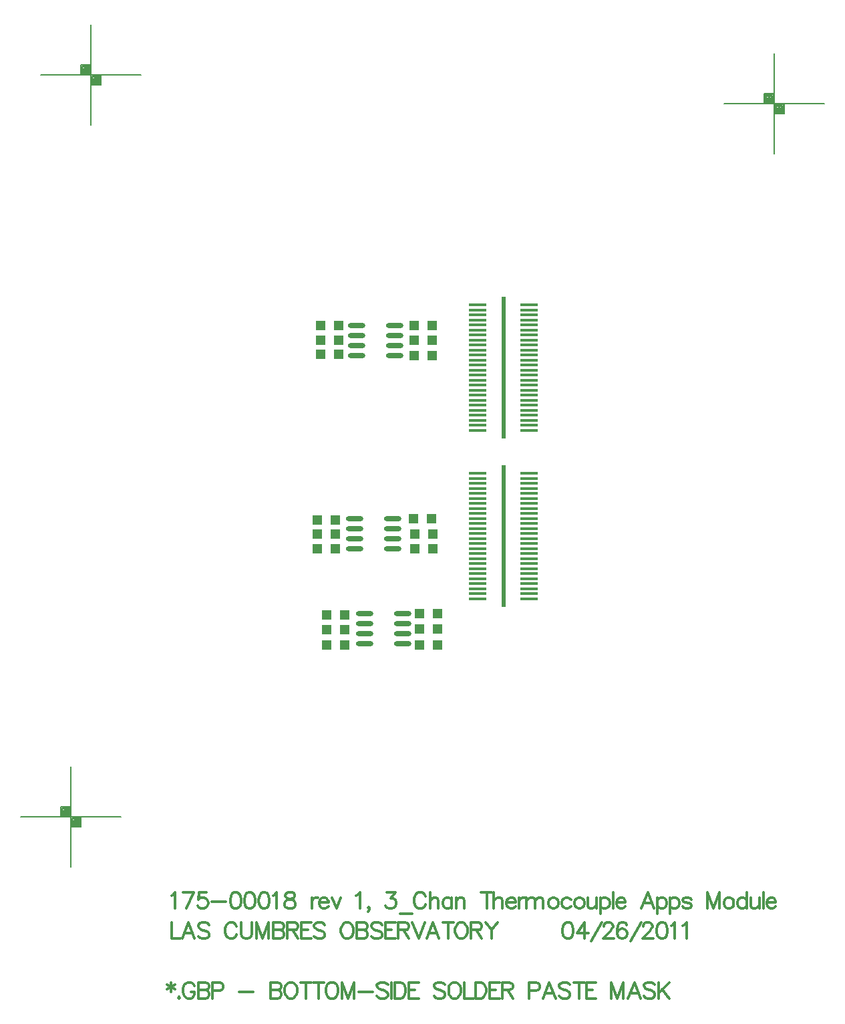
<source format=gbp>
%FSLAX23Y23*%
%MOIN*%
G70*
G01*
G75*
G04 Layer_Color=128*
%ADD10O,0.024X0.079*%
%ADD11R,0.070X0.135*%
%ADD12R,0.039X0.059*%
%ADD13C,0.010*%
%ADD14C,0.020*%
%ADD15C,0.012*%
%ADD16C,0.008*%
%ADD17C,0.012*%
%ADD18C,0.012*%
%ADD19C,0.120*%
%ADD20C,0.050*%
%ADD21C,0.059*%
%ADD22R,0.059X0.059*%
%ADD23C,0.276*%
%ADD24C,0.020*%
%ADD25C,0.040*%
%ADD26C,0.110*%
G04:AMPARAMS|DCode=27|XSize=130mil|YSize=130mil|CornerRadius=0mil|HoleSize=0mil|Usage=FLASHONLY|Rotation=0.000|XOffset=0mil|YOffset=0mil|HoleType=Round|Shape=Relief|Width=10mil|Gap=10mil|Entries=4|*
%AMTHD27*
7,0,0,0.130,0.110,0.010,45*
%
%ADD27THD27*%
%ADD28C,0.065*%
G04:AMPARAMS|DCode=29|XSize=85mil|YSize=85mil|CornerRadius=0mil|HoleSize=0mil|Usage=FLASHONLY|Rotation=0.000|XOffset=0mil|YOffset=0mil|HoleType=Round|Shape=Relief|Width=10mil|Gap=10mil|Entries=4|*
%AMTHD29*
7,0,0,0.085,0.065,0.010,45*
%
%ADD29THD29*%
%ADD30C,0.075*%
G04:AMPARAMS|DCode=31|XSize=95.433mil|YSize=95.433mil|CornerRadius=0mil|HoleSize=0mil|Usage=FLASHONLY|Rotation=0.000|XOffset=0mil|YOffset=0mil|HoleType=Round|Shape=Relief|Width=10mil|Gap=10mil|Entries=4|*
%AMTHD31*
7,0,0,0.095,0.075,0.010,45*
%
%ADD31THD31*%
%ADD32C,0.197*%
G04:AMPARAMS|DCode=33|XSize=70mil|YSize=70mil|CornerRadius=0mil|HoleSize=0mil|Usage=FLASHONLY|Rotation=0.000|XOffset=0mil|YOffset=0mil|HoleType=Round|Shape=Relief|Width=10mil|Gap=10mil|Entries=4|*
%AMTHD33*
7,0,0,0.070,0.050,0.010,45*
%
%ADD33THD33*%
%ADD34R,0.050X0.050*%
%ADD35O,0.087X0.024*%
%ADD36R,0.020X0.709*%
%ADD37R,0.085X0.016*%
%ADD38C,0.010*%
%ADD39C,0.008*%
%ADD40C,0.007*%
%ADD41R,0.175X0.238*%
%ADD42O,0.032X0.087*%
%ADD43R,0.078X0.143*%
%ADD44R,0.047X0.067*%
%ADD45C,0.128*%
%ADD46C,0.067*%
%ADD47R,0.067X0.067*%
%ADD48C,0.284*%
%ADD49C,0.028*%
%ADD50R,0.802X0.219*%
%ADD51R,0.058X0.058*%
%ADD52O,0.095X0.032*%
D16*
X26963Y19813D02*
X27463D01*
X27213Y19563D02*
Y20063D01*
X27163Y19813D02*
Y19863D01*
X27213D01*
X27263Y19763D02*
Y19813D01*
X27213Y19763D02*
X27263D01*
X27218Y19808D02*
X27258D01*
Y19768D02*
Y19808D01*
X27218Y19768D02*
X27258D01*
X27218D02*
Y19808D01*
X27223Y19803D02*
X27253D01*
Y19773D02*
Y19803D01*
X27223Y19773D02*
X27253D01*
X27223D02*
Y19798D01*
X27228D02*
X27248D01*
Y19778D02*
Y19798D01*
X27228Y19778D02*
X27248D01*
X27228D02*
Y19793D01*
X27233D02*
X27243D01*
Y19783D02*
Y19793D01*
X27233Y19783D02*
X27243D01*
X27233D02*
Y19793D01*
Y19788D02*
X27243D01*
X27168Y19858D02*
X27208D01*
Y19818D02*
Y19858D01*
X27168Y19818D02*
X27208D01*
X27168D02*
Y19858D01*
X27173Y19853D02*
X27203D01*
Y19823D02*
Y19853D01*
X27173Y19823D02*
X27203D01*
X27173D02*
Y19848D01*
X27178D02*
X27198D01*
Y19828D02*
Y19848D01*
X27178Y19828D02*
X27198D01*
X27178D02*
Y19843D01*
X27183D02*
X27193D01*
Y19833D02*
Y19843D01*
X27183Y19833D02*
X27193D01*
X27183D02*
Y19843D01*
Y19838D02*
X27193D01*
X23552Y19954D02*
X24052D01*
X23802Y19704D02*
Y20204D01*
X23752Y19954D02*
Y20004D01*
X23802D01*
X23852Y19904D02*
Y19954D01*
X23802Y19904D02*
X23852D01*
X23807Y19949D02*
X23847D01*
Y19909D02*
Y19949D01*
X23807Y19909D02*
X23847D01*
X23807D02*
Y19949D01*
X23812Y19944D02*
X23842D01*
Y19914D02*
Y19944D01*
X23812Y19914D02*
X23842D01*
X23812D02*
Y19939D01*
X23817D02*
X23837D01*
Y19919D02*
Y19939D01*
X23817Y19919D02*
X23837D01*
X23817D02*
Y19934D01*
X23822D02*
X23832D01*
Y19924D02*
Y19934D01*
X23822Y19924D02*
X23832D01*
X23822D02*
Y19934D01*
Y19929D02*
X23832D01*
X23757Y19999D02*
X23797D01*
Y19959D02*
Y19999D01*
X23757Y19959D02*
X23797D01*
X23757D02*
Y19999D01*
X23762Y19994D02*
X23792D01*
Y19964D02*
Y19994D01*
X23762Y19964D02*
X23792D01*
X23762D02*
Y19989D01*
X23767D02*
X23787D01*
Y19969D02*
Y19989D01*
X23767Y19969D02*
X23787D01*
X23767D02*
Y19984D01*
X23772D02*
X23782D01*
Y19974D02*
Y19984D01*
X23772Y19974D02*
X23782D01*
X23772D02*
Y19984D01*
Y19979D02*
X23782D01*
X23453Y16254D02*
X23953D01*
X23703Y16004D02*
Y16504D01*
X23653Y16254D02*
Y16304D01*
X23703D01*
X23753Y16204D02*
Y16254D01*
X23703Y16204D02*
X23753D01*
X23708Y16249D02*
X23748D01*
Y16209D02*
Y16249D01*
X23708Y16209D02*
X23748D01*
X23708D02*
Y16249D01*
X23713Y16244D02*
X23743D01*
Y16214D02*
Y16244D01*
X23713Y16214D02*
X23743D01*
X23713D02*
Y16239D01*
X23718D02*
X23738D01*
Y16219D02*
Y16239D01*
X23718Y16219D02*
X23738D01*
X23718D02*
Y16234D01*
X23723D02*
X23733D01*
Y16224D02*
Y16234D01*
X23723Y16224D02*
X23733D01*
X23723D02*
Y16234D01*
Y16229D02*
X23733D01*
X23658Y16299D02*
X23698D01*
Y16259D02*
Y16299D01*
X23658Y16259D02*
X23698D01*
X23658D02*
Y16299D01*
X23663Y16294D02*
X23693D01*
Y16264D02*
Y16294D01*
X23663Y16264D02*
X23693D01*
X23663D02*
Y16289D01*
X23668D02*
X23688D01*
Y16269D02*
Y16289D01*
X23668Y16269D02*
X23688D01*
X23668D02*
Y16284D01*
X23673D02*
X23683D01*
Y16274D02*
Y16284D01*
X23673Y16274D02*
X23683D01*
X23673D02*
Y16284D01*
Y16279D02*
X23683D01*
D17*
X24202Y15429D02*
Y15383D01*
X24183Y15418D02*
X24221Y15395D01*
Y15418D02*
X24183Y15395D01*
X24241Y15357D02*
X24238Y15353D01*
X24241Y15349D01*
X24245Y15353D01*
X24241Y15357D01*
X24320Y15410D02*
X24316Y15418D01*
X24308Y15425D01*
X24301Y15429D01*
X24286D01*
X24278Y15425D01*
X24270Y15418D01*
X24266Y15410D01*
X24263Y15399D01*
Y15380D01*
X24266Y15368D01*
X24270Y15361D01*
X24278Y15353D01*
X24286Y15349D01*
X24301D01*
X24308Y15353D01*
X24316Y15361D01*
X24320Y15368D01*
Y15380D01*
X24301D02*
X24320D01*
X24338Y15429D02*
Y15349D01*
Y15429D02*
X24372D01*
X24384Y15425D01*
X24388Y15421D01*
X24391Y15414D01*
Y15406D01*
X24388Y15399D01*
X24384Y15395D01*
X24372Y15391D01*
X24338D02*
X24372D01*
X24384Y15387D01*
X24388Y15383D01*
X24391Y15376D01*
Y15364D01*
X24388Y15357D01*
X24384Y15353D01*
X24372Y15349D01*
X24338D01*
X24409Y15387D02*
X24444D01*
X24455Y15391D01*
X24459Y15395D01*
X24463Y15402D01*
Y15414D01*
X24459Y15421D01*
X24455Y15425D01*
X24444Y15429D01*
X24409D01*
Y15349D01*
X24543Y15383D02*
X24612D01*
X24698Y15429D02*
Y15349D01*
Y15429D02*
X24733D01*
X24744Y15425D01*
X24748Y15421D01*
X24752Y15414D01*
Y15406D01*
X24748Y15399D01*
X24744Y15395D01*
X24733Y15391D01*
X24698D02*
X24733D01*
X24744Y15387D01*
X24748Y15383D01*
X24752Y15376D01*
Y15364D01*
X24748Y15357D01*
X24744Y15353D01*
X24733Y15349D01*
X24698D01*
X24792Y15429D02*
X24785Y15425D01*
X24777Y15418D01*
X24773Y15410D01*
X24770Y15399D01*
Y15380D01*
X24773Y15368D01*
X24777Y15361D01*
X24785Y15353D01*
X24792Y15349D01*
X24808D01*
X24815Y15353D01*
X24823Y15361D01*
X24827Y15368D01*
X24831Y15380D01*
Y15399D01*
X24827Y15410D01*
X24823Y15418D01*
X24815Y15425D01*
X24808Y15429D01*
X24792D01*
X24876D02*
Y15349D01*
X24849Y15429D02*
X24903D01*
X24939D02*
Y15349D01*
X24912Y15429D02*
X24965D01*
X24998D02*
X24990Y15425D01*
X24982Y15418D01*
X24979Y15410D01*
X24975Y15399D01*
Y15380D01*
X24979Y15368D01*
X24982Y15361D01*
X24990Y15353D01*
X24998Y15349D01*
X25013D01*
X25021Y15353D01*
X25028Y15361D01*
X25032Y15368D01*
X25036Y15380D01*
Y15399D01*
X25032Y15410D01*
X25028Y15418D01*
X25021Y15425D01*
X25013Y15429D01*
X24998D01*
X25054D02*
Y15349D01*
Y15429D02*
X25085Y15349D01*
X25115Y15429D02*
X25085Y15349D01*
X25115Y15429D02*
Y15349D01*
X25138Y15383D02*
X25207D01*
X25284Y15418D02*
X25276Y15425D01*
X25265Y15429D01*
X25249D01*
X25238Y15425D01*
X25230Y15418D01*
Y15410D01*
X25234Y15402D01*
X25238Y15399D01*
X25246Y15395D01*
X25269Y15387D01*
X25276Y15383D01*
X25280Y15380D01*
X25284Y15372D01*
Y15361D01*
X25276Y15353D01*
X25265Y15349D01*
X25249D01*
X25238Y15353D01*
X25230Y15361D01*
X25302Y15429D02*
Y15349D01*
X25318Y15429D02*
Y15349D01*
Y15429D02*
X25345D01*
X25357Y15425D01*
X25364Y15418D01*
X25368Y15410D01*
X25372Y15399D01*
Y15380D01*
X25368Y15368D01*
X25364Y15361D01*
X25357Y15353D01*
X25345Y15349D01*
X25318D01*
X25439Y15429D02*
X25390D01*
Y15349D01*
X25439D01*
X25390Y15391D02*
X25420D01*
X25569Y15418D02*
X25561Y15425D01*
X25550Y15429D01*
X25534D01*
X25523Y15425D01*
X25515Y15418D01*
Y15410D01*
X25519Y15402D01*
X25523Y15399D01*
X25531Y15395D01*
X25553Y15387D01*
X25561Y15383D01*
X25565Y15380D01*
X25569Y15372D01*
Y15361D01*
X25561Y15353D01*
X25550Y15349D01*
X25534D01*
X25523Y15353D01*
X25515Y15361D01*
X25609Y15429D02*
X25602Y15425D01*
X25594Y15418D01*
X25590Y15410D01*
X25587Y15399D01*
Y15380D01*
X25590Y15368D01*
X25594Y15361D01*
X25602Y15353D01*
X25609Y15349D01*
X25625D01*
X25632Y15353D01*
X25640Y15361D01*
X25644Y15368D01*
X25647Y15380D01*
Y15399D01*
X25644Y15410D01*
X25640Y15418D01*
X25632Y15425D01*
X25625Y15429D01*
X25609D01*
X25666D02*
Y15349D01*
X25712D01*
X25721Y15429D02*
Y15349D01*
Y15429D02*
X25747D01*
X25759Y15425D01*
X25766Y15418D01*
X25770Y15410D01*
X25774Y15399D01*
Y15380D01*
X25770Y15368D01*
X25766Y15361D01*
X25759Y15353D01*
X25747Y15349D01*
X25721D01*
X25841Y15429D02*
X25792D01*
Y15349D01*
X25841D01*
X25792Y15391D02*
X25822D01*
X25855Y15429D02*
Y15349D01*
Y15429D02*
X25889D01*
X25900Y15425D01*
X25904Y15421D01*
X25908Y15414D01*
Y15406D01*
X25904Y15399D01*
X25900Y15395D01*
X25889Y15391D01*
X25855D01*
X25881D02*
X25908Y15349D01*
X25989Y15387D02*
X26023D01*
X26034Y15391D01*
X26038Y15395D01*
X26042Y15402D01*
Y15414D01*
X26038Y15421D01*
X26034Y15425D01*
X26023Y15429D01*
X25989D01*
Y15349D01*
X26121D02*
X26090Y15429D01*
X26060Y15349D01*
X26071Y15376D02*
X26109D01*
X26193Y15418D02*
X26185Y15425D01*
X26174Y15429D01*
X26159D01*
X26147Y15425D01*
X26140Y15418D01*
Y15410D01*
X26143Y15402D01*
X26147Y15399D01*
X26155Y15395D01*
X26178Y15387D01*
X26185Y15383D01*
X26189Y15380D01*
X26193Y15372D01*
Y15361D01*
X26185Y15353D01*
X26174Y15349D01*
X26159D01*
X26147Y15353D01*
X26140Y15361D01*
X26237Y15429D02*
Y15349D01*
X26211Y15429D02*
X26264D01*
X26323D02*
X26274D01*
Y15349D01*
X26323D01*
X26274Y15391D02*
X26304D01*
X26399Y15429D02*
Y15349D01*
Y15429D02*
X26430Y15349D01*
X26460Y15429D02*
X26430Y15349D01*
X26460Y15429D02*
Y15349D01*
X26544D02*
X26514Y15429D01*
X26483Y15349D01*
X26495Y15376D02*
X26533D01*
X26616Y15418D02*
X26608Y15425D01*
X26597Y15429D01*
X26582D01*
X26570Y15425D01*
X26563Y15418D01*
Y15410D01*
X26567Y15402D01*
X26570Y15399D01*
X26578Y15395D01*
X26601Y15387D01*
X26608Y15383D01*
X26612Y15380D01*
X26616Y15372D01*
Y15361D01*
X26608Y15353D01*
X26597Y15349D01*
X26582D01*
X26570Y15353D01*
X26563Y15361D01*
X26634Y15429D02*
Y15349D01*
X26687Y15429D02*
X26634Y15376D01*
X26653Y15395D02*
X26687Y15349D01*
X24204Y15862D02*
X24212Y15866D01*
X24223Y15878D01*
Y15798D01*
X24316Y15878D02*
X24278Y15798D01*
X24263Y15878D02*
X24316D01*
X24380D02*
X24342D01*
X24338Y15843D01*
X24342Y15847D01*
X24353Y15851D01*
X24364D01*
X24376Y15847D01*
X24383Y15840D01*
X24387Y15828D01*
Y15821D01*
X24383Y15809D01*
X24376Y15801D01*
X24364Y15798D01*
X24353D01*
X24342Y15801D01*
X24338Y15805D01*
X24334Y15813D01*
X24405Y15832D02*
X24474D01*
X24520Y15878D02*
X24509Y15874D01*
X24501Y15862D01*
X24497Y15843D01*
Y15832D01*
X24501Y15813D01*
X24509Y15801D01*
X24520Y15798D01*
X24528D01*
X24539Y15801D01*
X24547Y15813D01*
X24551Y15832D01*
Y15843D01*
X24547Y15862D01*
X24539Y15874D01*
X24528Y15878D01*
X24520D01*
X24591D02*
X24580Y15874D01*
X24572Y15862D01*
X24569Y15843D01*
Y15832D01*
X24572Y15813D01*
X24580Y15801D01*
X24591Y15798D01*
X24599D01*
X24610Y15801D01*
X24618Y15813D01*
X24622Y15832D01*
Y15843D01*
X24618Y15862D01*
X24610Y15874D01*
X24599Y15878D01*
X24591D01*
X24663D02*
X24651Y15874D01*
X24644Y15862D01*
X24640Y15843D01*
Y15832D01*
X24644Y15813D01*
X24651Y15801D01*
X24663Y15798D01*
X24670D01*
X24682Y15801D01*
X24689Y15813D01*
X24693Y15832D01*
Y15843D01*
X24689Y15862D01*
X24682Y15874D01*
X24670Y15878D01*
X24663D01*
X24711Y15862D02*
X24719Y15866D01*
X24730Y15878D01*
Y15798D01*
X24789Y15878D02*
X24777Y15874D01*
X24773Y15866D01*
Y15859D01*
X24777Y15851D01*
X24785Y15847D01*
X24800Y15843D01*
X24812Y15840D01*
X24819Y15832D01*
X24823Y15824D01*
Y15813D01*
X24819Y15805D01*
X24815Y15801D01*
X24804Y15798D01*
X24789D01*
X24777Y15801D01*
X24773Y15805D01*
X24770Y15813D01*
Y15824D01*
X24773Y15832D01*
X24781Y15840D01*
X24793Y15843D01*
X24808Y15847D01*
X24815Y15851D01*
X24819Y15859D01*
Y15866D01*
X24815Y15874D01*
X24804Y15878D01*
X24789D01*
X24904Y15851D02*
Y15798D01*
Y15828D02*
X24908Y15840D01*
X24915Y15847D01*
X24923Y15851D01*
X24934D01*
X24941Y15828D02*
X24987D01*
Y15836D01*
X24983Y15843D01*
X24980Y15847D01*
X24972Y15851D01*
X24960D01*
X24953Y15847D01*
X24945Y15840D01*
X24941Y15828D01*
Y15821D01*
X24945Y15809D01*
X24953Y15801D01*
X24960Y15798D01*
X24972D01*
X24980Y15801D01*
X24987Y15809D01*
X25004Y15851D02*
X25027Y15798D01*
X25050Y15851D02*
X25027Y15798D01*
X25126Y15862D02*
X25133Y15866D01*
X25145Y15878D01*
Y15798D01*
X25192Y15801D02*
X25188Y15798D01*
X25184Y15801D01*
X25188Y15805D01*
X25192Y15801D01*
Y15794D01*
X25188Y15786D01*
X25184Y15782D01*
X25280Y15878D02*
X25322D01*
X25299Y15847D01*
X25311D01*
X25318Y15843D01*
X25322Y15840D01*
X25326Y15828D01*
Y15821D01*
X25322Y15809D01*
X25314Y15801D01*
X25303Y15798D01*
X25291D01*
X25280Y15801D01*
X25276Y15805D01*
X25272Y15813D01*
X25344Y15771D02*
X25405D01*
X25472Y15859D02*
X25468Y15866D01*
X25461Y15874D01*
X25453Y15878D01*
X25438D01*
X25430Y15874D01*
X25422Y15866D01*
X25419Y15859D01*
X25415Y15847D01*
Y15828D01*
X25419Y15817D01*
X25422Y15809D01*
X25430Y15801D01*
X25438Y15798D01*
X25453D01*
X25461Y15801D01*
X25468Y15809D01*
X25472Y15817D01*
X25494Y15878D02*
Y15798D01*
Y15836D02*
X25506Y15847D01*
X25514Y15851D01*
X25525D01*
X25533Y15847D01*
X25536Y15836D01*
Y15798D01*
X25603Y15851D02*
Y15798D01*
Y15840D02*
X25595Y15847D01*
X25588Y15851D01*
X25576D01*
X25569Y15847D01*
X25561Y15840D01*
X25557Y15828D01*
Y15821D01*
X25561Y15809D01*
X25569Y15801D01*
X25576Y15798D01*
X25588D01*
X25595Y15801D01*
X25603Y15809D01*
X25624Y15851D02*
Y15798D01*
Y15836D02*
X25636Y15847D01*
X25643Y15851D01*
X25655D01*
X25662Y15847D01*
X25666Y15836D01*
Y15798D01*
X25777Y15878D02*
Y15798D01*
X25750Y15878D02*
X25803D01*
X25813D02*
Y15798D01*
Y15836D02*
X25824Y15847D01*
X25832Y15851D01*
X25843D01*
X25851Y15847D01*
X25855Y15836D01*
Y15798D01*
X25876Y15828D02*
X25921D01*
Y15836D01*
X25918Y15843D01*
X25914Y15847D01*
X25906Y15851D01*
X25895D01*
X25887Y15847D01*
X25880Y15840D01*
X25876Y15828D01*
Y15821D01*
X25880Y15809D01*
X25887Y15801D01*
X25895Y15798D01*
X25906D01*
X25914Y15801D01*
X25921Y15809D01*
X25939Y15851D02*
Y15798D01*
Y15828D02*
X25942Y15840D01*
X25950Y15847D01*
X25958Y15851D01*
X25969D01*
X25976D02*
Y15798D01*
Y15836D02*
X25988Y15847D01*
X25995Y15851D01*
X26007D01*
X26014Y15847D01*
X26018Y15836D01*
Y15798D01*
Y15836D02*
X26030Y15847D01*
X26037Y15851D01*
X26049D01*
X26056Y15847D01*
X26060Y15836D01*
Y15798D01*
X26104Y15851D02*
X26097Y15847D01*
X26089Y15840D01*
X26085Y15828D01*
Y15821D01*
X26089Y15809D01*
X26097Y15801D01*
X26104Y15798D01*
X26116D01*
X26123Y15801D01*
X26131Y15809D01*
X26135Y15821D01*
Y15828D01*
X26131Y15840D01*
X26123Y15847D01*
X26116Y15851D01*
X26104D01*
X26198Y15840D02*
X26190Y15847D01*
X26183Y15851D01*
X26171D01*
X26164Y15847D01*
X26156Y15840D01*
X26152Y15828D01*
Y15821D01*
X26156Y15809D01*
X26164Y15801D01*
X26171Y15798D01*
X26183D01*
X26190Y15801D01*
X26198Y15809D01*
X26234Y15851D02*
X26227Y15847D01*
X26219Y15840D01*
X26215Y15828D01*
Y15821D01*
X26219Y15809D01*
X26227Y15801D01*
X26234Y15798D01*
X26246D01*
X26253Y15801D01*
X26261Y15809D01*
X26265Y15821D01*
Y15828D01*
X26261Y15840D01*
X26253Y15847D01*
X26246Y15851D01*
X26234D01*
X26282D02*
Y15813D01*
X26286Y15801D01*
X26294Y15798D01*
X26305D01*
X26313Y15801D01*
X26324Y15813D01*
Y15851D02*
Y15798D01*
X26345Y15851D02*
Y15771D01*
Y15840D02*
X26353Y15847D01*
X26360Y15851D01*
X26372D01*
X26379Y15847D01*
X26387Y15840D01*
X26391Y15828D01*
Y15821D01*
X26387Y15809D01*
X26379Y15801D01*
X26372Y15798D01*
X26360D01*
X26353Y15801D01*
X26345Y15809D01*
X26408Y15878D02*
Y15798D01*
X26425Y15828D02*
X26470D01*
Y15836D01*
X26466Y15843D01*
X26463Y15847D01*
X26455Y15851D01*
X26444D01*
X26436Y15847D01*
X26428Y15840D01*
X26425Y15828D01*
Y15821D01*
X26428Y15809D01*
X26436Y15801D01*
X26444Y15798D01*
X26455D01*
X26463Y15801D01*
X26470Y15809D01*
X26611Y15798D02*
X26581Y15878D01*
X26550Y15798D01*
X26562Y15824D02*
X26600D01*
X26630Y15851D02*
Y15771D01*
Y15840D02*
X26637Y15847D01*
X26645Y15851D01*
X26657D01*
X26664Y15847D01*
X26672Y15840D01*
X26676Y15828D01*
Y15821D01*
X26672Y15809D01*
X26664Y15801D01*
X26657Y15798D01*
X26645D01*
X26637Y15801D01*
X26630Y15809D01*
X26693Y15851D02*
Y15771D01*
Y15840D02*
X26700Y15847D01*
X26708Y15851D01*
X26719D01*
X26727Y15847D01*
X26735Y15840D01*
X26738Y15828D01*
Y15821D01*
X26735Y15809D01*
X26727Y15801D01*
X26719Y15798D01*
X26708D01*
X26700Y15801D01*
X26693Y15809D01*
X26797Y15840D02*
X26794Y15847D01*
X26782Y15851D01*
X26771D01*
X26759Y15847D01*
X26756Y15840D01*
X26759Y15832D01*
X26767Y15828D01*
X26786Y15824D01*
X26794Y15821D01*
X26797Y15813D01*
Y15809D01*
X26794Y15801D01*
X26782Y15798D01*
X26771D01*
X26759Y15801D01*
X26756Y15809D01*
X26877Y15878D02*
Y15798D01*
Y15878D02*
X26908Y15798D01*
X26938Y15878D02*
X26908Y15798D01*
X26938Y15878D02*
Y15798D01*
X26980Y15851D02*
X26972Y15847D01*
X26965Y15840D01*
X26961Y15828D01*
Y15821D01*
X26965Y15809D01*
X26972Y15801D01*
X26980Y15798D01*
X26991D01*
X26999Y15801D01*
X27007Y15809D01*
X27010Y15821D01*
Y15828D01*
X27007Y15840D01*
X26999Y15847D01*
X26991Y15851D01*
X26980D01*
X27074Y15878D02*
Y15798D01*
Y15840D02*
X27066Y15847D01*
X27058Y15851D01*
X27047D01*
X27039Y15847D01*
X27032Y15840D01*
X27028Y15828D01*
Y15821D01*
X27032Y15809D01*
X27039Y15801D01*
X27047Y15798D01*
X27058D01*
X27066Y15801D01*
X27074Y15809D01*
X27095Y15851D02*
Y15813D01*
X27099Y15801D01*
X27106Y15798D01*
X27118D01*
X27125Y15801D01*
X27137Y15813D01*
Y15851D02*
Y15798D01*
X27158Y15878D02*
Y15798D01*
X27174Y15828D02*
X27220D01*
Y15836D01*
X27216Y15843D01*
X27213Y15847D01*
X27205Y15851D01*
X27194D01*
X27186Y15847D01*
X27178Y15840D01*
X27174Y15828D01*
Y15821D01*
X27178Y15809D01*
X27186Y15801D01*
X27194Y15798D01*
X27205D01*
X27213Y15801D01*
X27220Y15809D01*
D18*
X24204Y15728D02*
Y15648D01*
X24250D01*
X24319D02*
X24289Y15728D01*
X24259Y15648D01*
X24270Y15674D02*
X24308D01*
X24391Y15716D02*
X24384Y15724D01*
X24372Y15728D01*
X24357D01*
X24346Y15724D01*
X24338Y15716D01*
Y15709D01*
X24342Y15701D01*
X24346Y15697D01*
X24353Y15693D01*
X24376Y15686D01*
X24384Y15682D01*
X24388Y15678D01*
X24391Y15671D01*
Y15659D01*
X24384Y15651D01*
X24372Y15648D01*
X24357D01*
X24346Y15651D01*
X24338Y15659D01*
X24529Y15709D02*
X24526Y15716D01*
X24518Y15724D01*
X24510Y15728D01*
X24495D01*
X24487Y15724D01*
X24480Y15716D01*
X24476Y15709D01*
X24472Y15697D01*
Y15678D01*
X24476Y15667D01*
X24480Y15659D01*
X24487Y15651D01*
X24495Y15648D01*
X24510D01*
X24518Y15651D01*
X24526Y15659D01*
X24529Y15667D01*
X24552Y15728D02*
Y15671D01*
X24556Y15659D01*
X24563Y15651D01*
X24575Y15648D01*
X24582D01*
X24594Y15651D01*
X24601Y15659D01*
X24605Y15671D01*
Y15728D01*
X24627D02*
Y15648D01*
Y15728D02*
X24658Y15648D01*
X24688Y15728D02*
X24658Y15648D01*
X24688Y15728D02*
Y15648D01*
X24711Y15728D02*
Y15648D01*
Y15728D02*
X24745D01*
X24757Y15724D01*
X24761Y15720D01*
X24764Y15712D01*
Y15705D01*
X24761Y15697D01*
X24757Y15693D01*
X24745Y15690D01*
X24711D02*
X24745D01*
X24757Y15686D01*
X24761Y15682D01*
X24764Y15674D01*
Y15663D01*
X24761Y15655D01*
X24757Y15651D01*
X24745Y15648D01*
X24711D01*
X24782Y15728D02*
Y15648D01*
Y15728D02*
X24817D01*
X24828Y15724D01*
X24832Y15720D01*
X24836Y15712D01*
Y15705D01*
X24832Y15697D01*
X24828Y15693D01*
X24817Y15690D01*
X24782D01*
X24809D02*
X24836Y15648D01*
X24903Y15728D02*
X24853D01*
Y15648D01*
X24903D01*
X24853Y15690D02*
X24884D01*
X24970Y15716D02*
X24962Y15724D01*
X24951Y15728D01*
X24935D01*
X24924Y15724D01*
X24916Y15716D01*
Y15709D01*
X24920Y15701D01*
X24924Y15697D01*
X24932Y15693D01*
X24954Y15686D01*
X24962Y15682D01*
X24966Y15678D01*
X24970Y15671D01*
Y15659D01*
X24962Y15651D01*
X24951Y15648D01*
X24935D01*
X24924Y15651D01*
X24916Y15659D01*
X25073Y15728D02*
X25066Y15724D01*
X25058Y15716D01*
X25054Y15709D01*
X25050Y15697D01*
Y15678D01*
X25054Y15667D01*
X25058Y15659D01*
X25066Y15651D01*
X25073Y15648D01*
X25088D01*
X25096Y15651D01*
X25104Y15659D01*
X25108Y15667D01*
X25111Y15678D01*
Y15697D01*
X25108Y15709D01*
X25104Y15716D01*
X25096Y15724D01*
X25088Y15728D01*
X25073D01*
X25130D02*
Y15648D01*
Y15728D02*
X25164D01*
X25176Y15724D01*
X25179Y15720D01*
X25183Y15712D01*
Y15705D01*
X25179Y15697D01*
X25176Y15693D01*
X25164Y15690D01*
X25130D02*
X25164D01*
X25176Y15686D01*
X25179Y15682D01*
X25183Y15674D01*
Y15663D01*
X25179Y15655D01*
X25176Y15651D01*
X25164Y15648D01*
X25130D01*
X25255Y15716D02*
X25247Y15724D01*
X25235Y15728D01*
X25220D01*
X25209Y15724D01*
X25201Y15716D01*
Y15709D01*
X25205Y15701D01*
X25209Y15697D01*
X25216Y15693D01*
X25239Y15686D01*
X25247Y15682D01*
X25251Y15678D01*
X25255Y15671D01*
Y15659D01*
X25247Y15651D01*
X25235Y15648D01*
X25220D01*
X25209Y15651D01*
X25201Y15659D01*
X25322Y15728D02*
X25272D01*
Y15648D01*
X25322D01*
X25272Y15690D02*
X25303D01*
X25335Y15728D02*
Y15648D01*
Y15728D02*
X25370D01*
X25381Y15724D01*
X25385Y15720D01*
X25389Y15712D01*
Y15705D01*
X25385Y15697D01*
X25381Y15693D01*
X25370Y15690D01*
X25335D01*
X25362D02*
X25389Y15648D01*
X25406Y15728D02*
X25437Y15648D01*
X25467Y15728D02*
X25437Y15648D01*
X25539D02*
X25508Y15728D01*
X25478Y15648D01*
X25489Y15674D02*
X25527D01*
X25584Y15728D02*
Y15648D01*
X25557Y15728D02*
X25611D01*
X25643D02*
X25635Y15724D01*
X25628Y15716D01*
X25624Y15709D01*
X25620Y15697D01*
Y15678D01*
X25624Y15667D01*
X25628Y15659D01*
X25635Y15651D01*
X25643Y15648D01*
X25658D01*
X25666Y15651D01*
X25673Y15659D01*
X25677Y15667D01*
X25681Y15678D01*
Y15697D01*
X25677Y15709D01*
X25673Y15716D01*
X25666Y15724D01*
X25658Y15728D01*
X25643D01*
X25700D02*
Y15648D01*
Y15728D02*
X25734D01*
X25745Y15724D01*
X25749Y15720D01*
X25753Y15712D01*
Y15705D01*
X25749Y15697D01*
X25745Y15693D01*
X25734Y15690D01*
X25700D01*
X25726D02*
X25753Y15648D01*
X25771Y15728D02*
X25801Y15690D01*
Y15648D01*
X25832Y15728D02*
X25801Y15690D01*
X26179Y15728D02*
X26168Y15724D01*
X26160Y15712D01*
X26156Y15693D01*
Y15682D01*
X26160Y15663D01*
X26168Y15651D01*
X26179Y15648D01*
X26187D01*
X26198Y15651D01*
X26206Y15663D01*
X26210Y15682D01*
Y15693D01*
X26206Y15712D01*
X26198Y15724D01*
X26187Y15728D01*
X26179D01*
X26266D02*
X26228Y15674D01*
X26285D01*
X26266Y15728D02*
Y15648D01*
X26299Y15636D02*
X26352Y15728D01*
X26361Y15709D02*
Y15712D01*
X26365Y15720D01*
X26369Y15724D01*
X26377Y15728D01*
X26392D01*
X26399Y15724D01*
X26403Y15720D01*
X26407Y15712D01*
Y15705D01*
X26403Y15697D01*
X26396Y15686D01*
X26358Y15648D01*
X26411D01*
X26474Y15716D02*
X26471Y15724D01*
X26459Y15728D01*
X26452D01*
X26440Y15724D01*
X26433Y15712D01*
X26429Y15693D01*
Y15674D01*
X26433Y15659D01*
X26440Y15651D01*
X26452Y15648D01*
X26455D01*
X26467Y15651D01*
X26474Y15659D01*
X26478Y15671D01*
Y15674D01*
X26474Y15686D01*
X26467Y15693D01*
X26455Y15697D01*
X26452D01*
X26440Y15693D01*
X26433Y15686D01*
X26429Y15674D01*
X26496Y15636D02*
X26549Y15728D01*
X26558Y15709D02*
Y15712D01*
X26562Y15720D01*
X26566Y15724D01*
X26573Y15728D01*
X26589D01*
X26596Y15724D01*
X26600Y15720D01*
X26604Y15712D01*
Y15705D01*
X26600Y15697D01*
X26593Y15686D01*
X26554Y15648D01*
X26608D01*
X26649Y15728D02*
X26637Y15724D01*
X26629Y15712D01*
X26626Y15693D01*
Y15682D01*
X26629Y15663D01*
X26637Y15651D01*
X26649Y15648D01*
X26656D01*
X26668Y15651D01*
X26675Y15663D01*
X26679Y15682D01*
Y15693D01*
X26675Y15712D01*
X26668Y15724D01*
X26656Y15728D01*
X26649D01*
X26697Y15712D02*
X26705Y15716D01*
X26716Y15728D01*
Y15648D01*
X26756Y15712D02*
X26763Y15716D01*
X26775Y15728D01*
Y15648D01*
D34*
X25504Y18705D02*
D03*
X25414D02*
D03*
X24978Y17263D02*
D03*
X25068D02*
D03*
X24978Y17188D02*
D03*
X25068D02*
D03*
X25533Y17268D02*
D03*
X25443D02*
D03*
X24933Y17666D02*
D03*
X25023D02*
D03*
X24947Y18631D02*
D03*
X25037D02*
D03*
X25533Y17113D02*
D03*
X25443D02*
D03*
Y17193D02*
D03*
X25533D02*
D03*
X25068Y17113D02*
D03*
X24978D02*
D03*
X25508Y17591D02*
D03*
X25418D02*
D03*
Y17666D02*
D03*
X25508D02*
D03*
X25023Y17591D02*
D03*
X24933D02*
D03*
X25504Y18555D02*
D03*
X25414D02*
D03*
Y18630D02*
D03*
X25504D02*
D03*
X25039Y18560D02*
D03*
X24949D02*
D03*
X24933Y17736D02*
D03*
X25023D02*
D03*
X25503Y17741D02*
D03*
X25413D02*
D03*
X24947Y18704D02*
D03*
X25037D02*
D03*
D35*
X25319Y18705D02*
D03*
Y18655D02*
D03*
Y18605D02*
D03*
Y18555D02*
D03*
X25130Y18705D02*
D03*
Y18655D02*
D03*
Y18605D02*
D03*
Y18555D02*
D03*
X25357Y17268D02*
D03*
Y17218D02*
D03*
Y17168D02*
D03*
Y17118D02*
D03*
X25168Y17268D02*
D03*
Y17218D02*
D03*
Y17168D02*
D03*
Y17118D02*
D03*
X25308Y17741D02*
D03*
Y17691D02*
D03*
Y17641D02*
D03*
Y17591D02*
D03*
X25119Y17741D02*
D03*
Y17691D02*
D03*
Y17641D02*
D03*
Y17591D02*
D03*
D36*
X25861Y17656D02*
D03*
Y18496D02*
D03*
D37*
X25733Y18808D02*
D03*
X25989D02*
D03*
X25733Y18583D02*
D03*
Y18658D02*
D03*
Y18733D02*
D03*
X25989Y18583D02*
D03*
Y18658D02*
D03*
Y18733D02*
D03*
X25733Y18183D02*
D03*
Y18258D02*
D03*
Y18333D02*
D03*
Y18408D02*
D03*
X25989Y18183D02*
D03*
Y18258D02*
D03*
Y18333D02*
D03*
Y18408D02*
D03*
X25733Y17943D02*
D03*
X25989D02*
D03*
X25733Y17543D02*
D03*
Y17618D02*
D03*
Y17693D02*
D03*
Y17768D02*
D03*
X25989Y17543D02*
D03*
Y17618D02*
D03*
Y17693D02*
D03*
Y17768D02*
D03*
X25733Y17368D02*
D03*
X25989D02*
D03*
X25733Y18758D02*
D03*
Y18783D02*
D03*
X25989Y18758D02*
D03*
Y18783D02*
D03*
X25733Y18683D02*
D03*
Y18708D02*
D03*
X25989Y18683D02*
D03*
Y18708D02*
D03*
X25733Y18608D02*
D03*
Y18633D02*
D03*
X25989Y18608D02*
D03*
Y18633D02*
D03*
X25733Y18508D02*
D03*
Y18533D02*
D03*
Y18558D02*
D03*
X25989Y18508D02*
D03*
Y18533D02*
D03*
Y18558D02*
D03*
X25733Y18433D02*
D03*
Y18458D02*
D03*
Y18483D02*
D03*
X25989Y18433D02*
D03*
Y18458D02*
D03*
Y18483D02*
D03*
X25733Y18358D02*
D03*
Y18383D02*
D03*
X25989Y18358D02*
D03*
Y18383D02*
D03*
X25733Y18283D02*
D03*
Y18308D02*
D03*
X25989Y18283D02*
D03*
Y18308D02*
D03*
X25733Y18208D02*
D03*
Y18233D02*
D03*
X25989Y18208D02*
D03*
Y18233D02*
D03*
X25733Y17968D02*
D03*
X25989D02*
D03*
X25733Y17868D02*
D03*
Y17893D02*
D03*
Y17918D02*
D03*
X25989Y17868D02*
D03*
Y17893D02*
D03*
Y17918D02*
D03*
X25733Y17793D02*
D03*
Y17818D02*
D03*
Y17843D02*
D03*
X25989Y17793D02*
D03*
Y17818D02*
D03*
Y17843D02*
D03*
X25733Y17718D02*
D03*
Y17743D02*
D03*
X25989Y17718D02*
D03*
Y17743D02*
D03*
X25733Y17643D02*
D03*
Y17668D02*
D03*
X25989Y17643D02*
D03*
Y17668D02*
D03*
X25733Y17568D02*
D03*
Y17593D02*
D03*
X25989Y17568D02*
D03*
Y17593D02*
D03*
X25733Y17468D02*
D03*
Y17493D02*
D03*
Y17518D02*
D03*
X25989Y17468D02*
D03*
Y17493D02*
D03*
Y17518D02*
D03*
X25733Y17393D02*
D03*
Y17418D02*
D03*
Y17443D02*
D03*
X25989Y17393D02*
D03*
Y17418D02*
D03*
Y17443D02*
D03*
X25733Y17343D02*
D03*
X25989D02*
D03*
M02*

</source>
